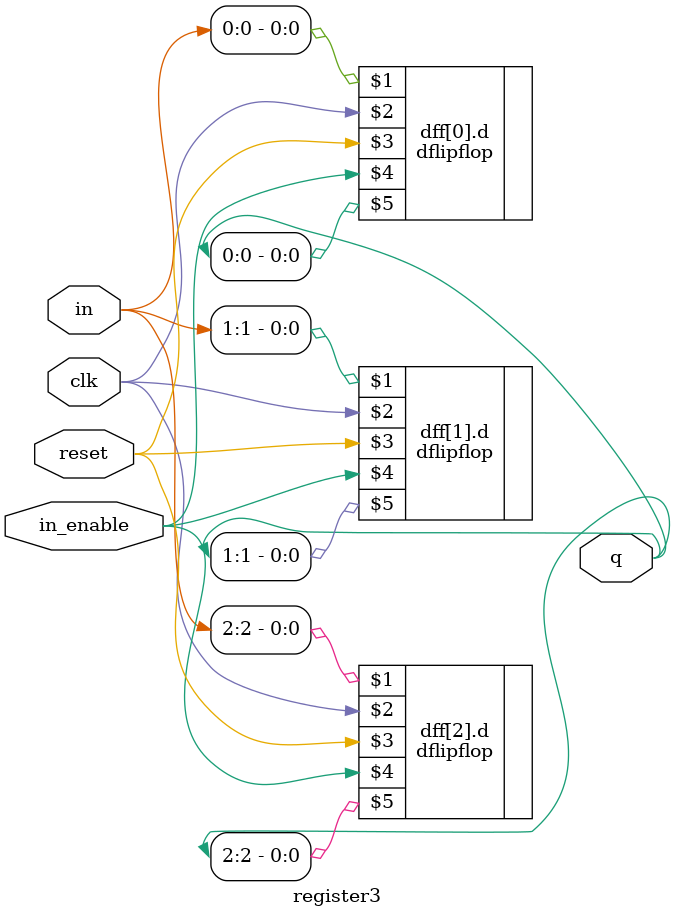
<source format=v>
module register3(clk, in_enable, in, q, reset);
	input clk, in_enable, reset;
	input [2:0] in;
	output [2:0] q;
	
	genvar c;
	generate
		for (c=0; c < 3; c = c + 1) begin: dff
			dflipflop d(in[c], clk, reset, in_enable, q[c]);
		end
	endgenerate
	
endmodule
</source>
